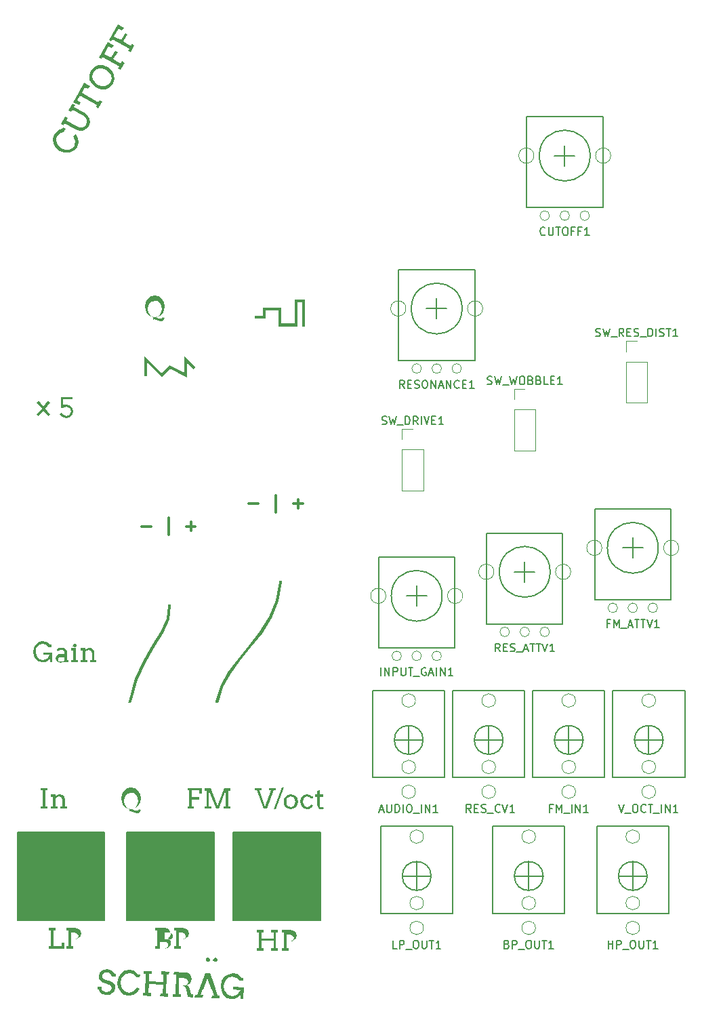
<source format=gto>
G04 #@! TF.GenerationSoftware,KiCad,Pcbnew,(5.0.1-3-g963ef8bb5)*
G04 #@! TF.CreationDate,2020-06-22T21:03:06+02:00*
G04 #@! TF.ProjectId,Schraeg,536368726165672E6B696361645F7063,rev?*
G04 #@! TF.SameCoordinates,Original*
G04 #@! TF.FileFunction,Legend,Top*
G04 #@! TF.FilePolarity,Positive*
%FSLAX46Y46*%
G04 Gerber Fmt 4.6, Leading zero omitted, Abs format (unit mm)*
G04 Created by KiCad (PCBNEW (5.0.1-3-g963ef8bb5)) date Monday, 22 June 2020 at 21:03:06*
%MOMM*%
%LPD*%
G01*
G04 APERTURE LIST*
%ADD10C,0.150000*%
%ADD11C,0.300000*%
%ADD12C,0.100000*%
%ADD13C,0.120000*%
G04 APERTURE END LIST*
D10*
G36*
X28100000Y-104500000D02*
X39000000Y-104500000D01*
X39000000Y-115500000D01*
X28100000Y-115500000D01*
X28100000Y-104500000D01*
G37*
X28100000Y-104500000D02*
X39000000Y-104500000D01*
X39000000Y-115500000D01*
X28100000Y-115500000D01*
X28100000Y-104500000D01*
G36*
X14800000Y-104500000D02*
X25700000Y-104500000D01*
X25700000Y-115500000D01*
X14800000Y-115500000D01*
X14800000Y-104500000D01*
G37*
X14800000Y-104500000D02*
X25700000Y-104500000D01*
X25700000Y-115500000D01*
X14800000Y-115500000D01*
X14800000Y-104500000D01*
G36*
X1100000Y-104500000D02*
X12000000Y-104500000D01*
X12000000Y-115500000D01*
X1100000Y-115500000D01*
X1100000Y-104500000D01*
G37*
X1100000Y-104500000D02*
X12000000Y-104500000D01*
X12000000Y-115500000D01*
X1100000Y-115500000D01*
X1100000Y-104500000D01*
D11*
X30042857Y-63507142D02*
X31185714Y-63507142D01*
X33399999Y-64578571D02*
X33399999Y-62435714D01*
X35614285Y-63507142D02*
X36757142Y-63507142D01*
X36185714Y-64078571D02*
X36185714Y-62935714D01*
X16642857Y-66307142D02*
X17785714Y-66307142D01*
X20000000Y-67378571D02*
X20000000Y-65235714D01*
X22214285Y-66307142D02*
X23357142Y-66307142D01*
X22785714Y-66878571D02*
X22785714Y-65735714D01*
D12*
G04 #@! TO.C,svg2mod*
G36*
X18110729Y-40174293D02*
X18283179Y-40172633D01*
X18651189Y-40088933D01*
X18932109Y-39864363D01*
X19111419Y-39537333D01*
X19174619Y-39144563D01*
X19105419Y-38737263D01*
X18911599Y-38403403D01*
X18628119Y-38190793D01*
X18283159Y-38116493D01*
X17914289Y-38200193D01*
X17632509Y-38424753D01*
X17453199Y-38752643D01*
X17389999Y-39144563D01*
X17459199Y-39566373D01*
X17642779Y-39879733D01*
X17927119Y-40088933D01*
X18283179Y-40172633D01*
X18110729Y-40174293D01*
X17674399Y-40025723D01*
X17336269Y-39731133D01*
X17118539Y-39323843D01*
X17041639Y-38838853D01*
X17133039Y-38312873D01*
X17389199Y-37885083D01*
X17781979Y-37598193D01*
X18283199Y-37493163D01*
X18786969Y-37598193D01*
X19179749Y-37885083D01*
X19434199Y-38312873D01*
X19524699Y-38838853D01*
X19445299Y-39328113D01*
X19222439Y-39736263D01*
X18879189Y-40030843D01*
X18438599Y-40175993D01*
X18616199Y-40244293D01*
X18783560Y-40333993D01*
X18985069Y-40384393D01*
X19158399Y-40335693D01*
X19258299Y-40186263D01*
X19517869Y-40304103D01*
X19441869Y-40472303D01*
X19312079Y-40593553D01*
X19152409Y-40666153D01*
X18985049Y-40690053D01*
X18738280Y-40642253D01*
X18496639Y-40526123D01*
X18254139Y-40457823D01*
X18110699Y-40480023D01*
X18110729Y-40174293D01*
X18110729Y-40174293D01*
G37*
G36*
X12541419Y-5524085D02*
X13632539Y-3606987D01*
X14396599Y-4041848D01*
X14190629Y-4403731D01*
X13734689Y-4144234D01*
X13191139Y-5099252D01*
X14058489Y-5592906D01*
X14581949Y-4673193D01*
X14881159Y-4843489D01*
X14357699Y-5763202D01*
X15276699Y-6286252D01*
X15429419Y-6017929D01*
X15735749Y-6192279D01*
X15241429Y-7060799D01*
X14935099Y-6886449D01*
X15079779Y-6632248D01*
X12994219Y-5445248D01*
X12849539Y-5699449D01*
X12541419Y-5524085D01*
X12541419Y-5524085D01*
G37*
G36*
X11288539Y-7725394D02*
X12379659Y-5808296D01*
X13143719Y-6243157D01*
X12937749Y-6605040D01*
X12481809Y-6345543D01*
X11938259Y-7300561D01*
X12805609Y-7794216D01*
X13329069Y-6874503D01*
X13628279Y-7044798D01*
X13104819Y-7964511D01*
X14023819Y-8487561D01*
X14176539Y-8219238D01*
X14482869Y-8393588D01*
X13988549Y-9262108D01*
X13682219Y-9087758D01*
X13826899Y-8833557D01*
X11741339Y-7646557D01*
X11596659Y-7900758D01*
X11288539Y-7725394D01*
X11288539Y-7725394D01*
G37*
G36*
X13065399Y-11008374D02*
X12734149Y-10819836D01*
X12863399Y-10389748D01*
X12794499Y-9966062D01*
X12558930Y-9586591D01*
X12186479Y-9288133D01*
X11719229Y-9116854D01*
X11257509Y-9118154D01*
X10868269Y-9290417D01*
X10589849Y-9599380D01*
X10460099Y-10030350D01*
X10528499Y-10454919D01*
X10764959Y-10834897D01*
X11136529Y-11132848D01*
X11622079Y-11313381D01*
X12055239Y-11306381D01*
X12433389Y-11145330D01*
X12734159Y-10819877D01*
X12734149Y-10819836D01*
X13065399Y-11008374D01*
X12672860Y-11455711D01*
X12143229Y-11696482D01*
X11531559Y-11710602D01*
X10931539Y-11492967D01*
X10436739Y-11086316D01*
X10141309Y-10567601D01*
X10073209Y-9991290D01*
X10258559Y-9410839D01*
X10664479Y-8952420D01*
X11194779Y-8716701D01*
X11790619Y-8707601D01*
X12392419Y-8926249D01*
X12886329Y-9332394D01*
X13181769Y-9851109D01*
X13250769Y-10427926D01*
X13065419Y-11008378D01*
X13065399Y-11008374D01*
X13065399Y-11008374D01*
G37*
G36*
X10917239Y-13945819D02*
X11056899Y-13700445D01*
X8955310Y-12504322D01*
X8607679Y-13115110D01*
X9027996Y-13354335D01*
X8822030Y-13716218D01*
X8109627Y-13310753D01*
X8788814Y-12117420D01*
X9468001Y-10924088D01*
X10180399Y-11329554D01*
X9974439Y-11691437D01*
X9554120Y-11452213D01*
X9152234Y-12158326D01*
X11253819Y-13354449D01*
X11410559Y-13079065D01*
X11716889Y-13253415D01*
X11223579Y-14120169D01*
X10917239Y-13945819D01*
X10917239Y-13945819D01*
G37*
G36*
X6565381Y-16023994D02*
X7058696Y-15157239D01*
X7366810Y-15332603D01*
X7211079Y-15606222D01*
X8468470Y-16321869D01*
X8882693Y-16491016D01*
X9222092Y-16499516D01*
X9489591Y-16371309D01*
X9689119Y-16128459D01*
X9806899Y-15826230D01*
X9792999Y-15529659D01*
X9615135Y-15241454D01*
X9242152Y-14962563D01*
X7984761Y-14246916D01*
X7819987Y-14536423D01*
X7511873Y-14361059D01*
X8005188Y-13494304D01*
X8313302Y-13669668D01*
X8177666Y-13907982D01*
X9395875Y-14601328D01*
X9868429Y-14976624D01*
X10122699Y-15412312D01*
X10168199Y-15872938D01*
X10016369Y-16324061D01*
X9712439Y-16675767D01*
X9299836Y-16866286D01*
X8807701Y-16871286D01*
X8263419Y-16665508D01*
X7013152Y-15953917D01*
X6873497Y-16199291D01*
X6565381Y-16023994D01*
X6565381Y-16023994D01*
G37*
G36*
X6929148Y-17042013D02*
X6432011Y-17173905D01*
X6068583Y-17543159D01*
X5942853Y-17967069D01*
X6011783Y-18390755D01*
X6244953Y-18772367D01*
X6613734Y-19071070D01*
X7103856Y-19251865D01*
X7538015Y-19243065D01*
X7914774Y-19082391D01*
X8211138Y-18762609D01*
X8351187Y-18199611D01*
X8104207Y-17591618D01*
X8428860Y-17365062D01*
X8670592Y-17804132D01*
X8733562Y-18364652D01*
X8546201Y-18948633D01*
X8155668Y-19392440D01*
X7626539Y-19632328D01*
X7014871Y-19646448D01*
X6410787Y-19427669D01*
X5919551Y-19023045D01*
X5624116Y-18504330D01*
X5555996Y-17928019D01*
X5737329Y-17354629D01*
X6048810Y-16971000D01*
X6388533Y-16763539D01*
X6721656Y-16669179D01*
X6828155Y-16482059D01*
X7145174Y-16662491D01*
X6929148Y-17042013D01*
X6929148Y-17042013D01*
G37*
G36*
X33840930Y-73134903D02*
X33830930Y-73308733D01*
X33431141Y-75588413D01*
X32566208Y-77627627D01*
X31382464Y-79486396D01*
X30026240Y-81224743D01*
X28644345Y-82901353D01*
X27391118Y-84576011D01*
X26424202Y-86310387D01*
X25901240Y-88166153D01*
X25879740Y-88339983D01*
X26225440Y-88384883D01*
X26248840Y-88211053D01*
X26750466Y-86447008D01*
X27689592Y-84768997D01*
X28920059Y-83121096D01*
X30295710Y-81447383D01*
X31666900Y-79689901D01*
X32876427Y-77789266D01*
X33766787Y-75687417D01*
X34180480Y-73326293D01*
X34190480Y-73150513D01*
X33840930Y-73134903D01*
X33840930Y-73134903D01*
G37*
G36*
X20294059Y-76109513D02*
X19946399Y-76123213D01*
X19952399Y-76298993D01*
X19724147Y-77885824D01*
X19023542Y-79435542D01*
X18018809Y-81095873D01*
X16887033Y-83009478D01*
X15818063Y-85315072D01*
X14999279Y-88154463D01*
X14964079Y-88326343D01*
X15307829Y-88394743D01*
X15341029Y-88222863D01*
X16143365Y-85439600D01*
X17193878Y-83176322D01*
X18315639Y-81281453D01*
X19334152Y-79600595D01*
X20061797Y-77983614D01*
X20301969Y-76285363D01*
X20294059Y-76109513D01*
X20294059Y-76109513D01*
G37*
G36*
X28984599Y-125379853D02*
X29005700Y-124757233D01*
X28801599Y-125032263D01*
X28534810Y-125221103D01*
X28224670Y-125327493D01*
X27892590Y-125355193D01*
X27336880Y-125234903D01*
X26883900Y-124896643D01*
X26584180Y-124361593D01*
X26495980Y-123725023D01*
X26626740Y-123102013D01*
X26951350Y-122598333D01*
X27434040Y-122270183D01*
X28031190Y-122165303D01*
X28535260Y-122266413D01*
X28890880Y-122482463D01*
X29123809Y-122718963D01*
X29322470Y-122725963D01*
X29310170Y-123090533D01*
X28869830Y-123075633D01*
X28518760Y-122694673D01*
X28016290Y-122546453D01*
X27580750Y-122632253D01*
X27234700Y-122891203D01*
X27003340Y-123275013D01*
X26909740Y-123739343D01*
X26978640Y-124248133D01*
X27184980Y-124634443D01*
X27505560Y-124886213D01*
X27935510Y-124996103D01*
X28587140Y-124826423D01*
X28959600Y-124241313D01*
X28091210Y-124211913D01*
X28103110Y-123859643D01*
X29415940Y-123904043D01*
X29365540Y-125393013D01*
X28984599Y-125379853D01*
X28984599Y-125379853D01*
G37*
G36*
X25396370Y-124893523D02*
X24354790Y-124165253D01*
X25313290Y-124197653D01*
X24876910Y-122792693D01*
X24354790Y-124165253D01*
X25396370Y-124893523D01*
X25654430Y-124902523D01*
X25432490Y-124189663D01*
X24238450Y-124149263D01*
X23974990Y-124845703D01*
X24294490Y-124856503D01*
X24282590Y-125208783D01*
X23274930Y-125174683D01*
X23286830Y-124822413D01*
X24676460Y-120413553D01*
X24701360Y-120312903D01*
X24761560Y-120230903D01*
X24847460Y-120176403D01*
X24949570Y-120158303D01*
X25047170Y-120183103D01*
X25127170Y-120243203D01*
X25179670Y-120329003D01*
X25196670Y-120431073D01*
X25172670Y-120534833D01*
X25114470Y-120620033D01*
X25030570Y-120676633D01*
X24931570Y-120694833D01*
X24830920Y-120669933D01*
X24748920Y-120607733D01*
X24694520Y-120518733D01*
X24676520Y-120413553D01*
X24676460Y-120413553D01*
X23286830Y-124822413D01*
X23557180Y-124831413D01*
X24087075Y-123471438D01*
X24616970Y-122111463D01*
X25641490Y-120344703D01*
X25701690Y-120262703D01*
X25787590Y-120208203D01*
X25889700Y-120190103D01*
X25986300Y-120214903D01*
X26066300Y-120275003D01*
X26119800Y-120360903D01*
X26136800Y-120462973D01*
X26112800Y-120566733D01*
X26053500Y-120651833D01*
X25969600Y-120708433D01*
X25871600Y-120726633D01*
X25770940Y-120701733D01*
X25688940Y-120639533D01*
X25634540Y-120550533D01*
X25616540Y-120445353D01*
X25616590Y-120445353D01*
X25641490Y-120344703D01*
X24616970Y-122111463D01*
X25221160Y-122131863D01*
X25656940Y-123524502D01*
X26092720Y-124917133D01*
X26404030Y-124927633D01*
X26392130Y-125279903D01*
X25384470Y-125245803D01*
X25396370Y-124893523D01*
X25396370Y-124893523D01*
G37*
G36*
X20653899Y-121977343D02*
X21326320Y-122709423D01*
X21293320Y-123686363D01*
X21889310Y-123706563D01*
X22104380Y-123683063D01*
X22275440Y-123596563D01*
X22391200Y-123447723D01*
X22438300Y-123237093D01*
X22311220Y-122871923D01*
X21873200Y-122727933D01*
X21326320Y-122709423D01*
X20653899Y-121977343D01*
X21946250Y-122021043D01*
X22326390Y-122088243D01*
X22624100Y-122258243D01*
X22814890Y-122528173D01*
X22874290Y-122893113D01*
X22824490Y-123122103D01*
X22700610Y-123329113D01*
X22517600Y-123496183D01*
X22290410Y-123605373D01*
X22391660Y-123673373D01*
X22486460Y-123779103D01*
X22565760Y-123919163D01*
X22620660Y-124086073D01*
X22769840Y-124767763D01*
X23038140Y-124776763D01*
X23029140Y-125166043D01*
X22424950Y-125145643D01*
X22225450Y-124193643D01*
X22044550Y-123813323D01*
X21693250Y-123681493D01*
X21293880Y-123667993D01*
X21257180Y-124753483D01*
X21568500Y-124763983D01*
X21556600Y-125116253D01*
X20548939Y-125082153D01*
X20560839Y-124729873D01*
X20855770Y-124739873D01*
X20936870Y-122341553D01*
X20641939Y-122331553D01*
X20653899Y-121977343D01*
X20653899Y-121977343D01*
G37*
G36*
X19060479Y-121923453D02*
X20068149Y-121957553D01*
X20056249Y-122309823D01*
X19761320Y-122299823D01*
X19680119Y-124700193D01*
X19975049Y-124710193D01*
X19963149Y-125062473D01*
X18955479Y-125028373D01*
X18967379Y-124676103D01*
X19278689Y-124686603D01*
X19316489Y-123570383D01*
X17520309Y-123509683D01*
X17482609Y-124625893D01*
X17793919Y-124636393D01*
X17782019Y-124988663D01*
X16774360Y-124954563D01*
X16786259Y-124602283D01*
X17081189Y-124612283D01*
X17162389Y-122211913D01*
X16867469Y-122201913D01*
X16879369Y-121849643D01*
X17887029Y-121883743D01*
X17875129Y-122236013D01*
X17563819Y-122225513D01*
X17532019Y-123165593D01*
X19328199Y-123226293D01*
X19359999Y-122286213D01*
X19048689Y-122275713D01*
X19060479Y-121923453D01*
X19060479Y-121923453D01*
G37*
G36*
X15977019Y-122639343D02*
X15625879Y-122260443D01*
X15125519Y-122110243D01*
X14687929Y-122195943D01*
X14341909Y-122453873D01*
X14110559Y-122837683D01*
X14016959Y-123303043D01*
X14085559Y-123821053D01*
X14297219Y-124201393D01*
X14617559Y-124460323D01*
X15042249Y-124574133D01*
X15610769Y-124436503D01*
X16037809Y-123935263D01*
X16392529Y-124117443D01*
X16113879Y-124535533D01*
X15642859Y-124851773D01*
X15033389Y-124957263D01*
X14453739Y-124817713D01*
X13991129Y-124460673D01*
X13691409Y-123925623D01*
X13603209Y-123289053D01*
X13733979Y-122666043D01*
X14058539Y-122163383D01*
X14541239Y-121835233D01*
X15138429Y-121729323D01*
X15627239Y-121826823D01*
X15971969Y-122031223D01*
X16212609Y-122282333D01*
X16429709Y-122289333D01*
X16417409Y-122653893D01*
X15977019Y-122639343D01*
X15977019Y-122639343D01*
G37*
G36*
X12885609Y-122559403D02*
X12829209Y-122286833D01*
X12689499Y-122143713D01*
X12518919Y-122064113D01*
X12331369Y-122032113D01*
X12057759Y-122058713D01*
X11860919Y-122149413D01*
X11740349Y-122288863D01*
X11695649Y-122459583D01*
X11736449Y-122679343D01*
X11853809Y-122816583D01*
X12013959Y-122900983D01*
X12183039Y-122964083D01*
X12592179Y-123113253D01*
X12916329Y-123259543D01*
X13148869Y-123446823D01*
X13287239Y-123690373D01*
X13326839Y-124005433D01*
X13235939Y-124359133D01*
X13006139Y-124636373D01*
X12662820Y-124814433D01*
X12231429Y-124868533D01*
X11823639Y-124800433D01*
X11542849Y-124645353D01*
X11364529Y-124431203D01*
X11264079Y-124187903D01*
X11108429Y-124182903D01*
X11120329Y-123830633D01*
X11636449Y-123848033D01*
X11673749Y-124171213D01*
X11802599Y-124332423D01*
X12004219Y-124433563D01*
X12265299Y-124474163D01*
X12517299Y-124449863D01*
X12711000Y-124361063D01*
X12836959Y-124213583D01*
X12885759Y-124013273D01*
X12840659Y-123799523D01*
X12711529Y-123646503D01*
X12535719Y-123540083D01*
X12350599Y-123466183D01*
X11906369Y-123324043D01*
X11640919Y-123200233D01*
X11437759Y-123023173D01*
X11311539Y-122784133D01*
X11274939Y-122472253D01*
X11355839Y-122140763D01*
X11569859Y-121875303D01*
X11906829Y-121703183D01*
X12356589Y-121651783D01*
X12661460Y-121701083D01*
X12911719Y-121819243D01*
X13106679Y-121996023D01*
X13245749Y-122219093D01*
X13399349Y-122224093D01*
X13387449Y-122576363D01*
X12885609Y-122559403D01*
X12885609Y-122559403D01*
G37*
G36*
X16978109Y-45011820D02*
X16978109Y-47416290D01*
X16978109Y-47591160D01*
X17327849Y-47591160D01*
X17327849Y-47416290D01*
X17327849Y-45856110D01*
X19135309Y-47663570D01*
X20161309Y-46637570D01*
X22284350Y-47699090D01*
X22284350Y-45856110D01*
X22977680Y-46548770D01*
X23101320Y-46672410D01*
X23348600Y-46425130D01*
X23224960Y-46301490D01*
X21934610Y-45011820D01*
X21934610Y-47133490D01*
X20092309Y-46212000D01*
X19135309Y-47169010D01*
X16978109Y-45011820D01*
X16978109Y-45011820D01*
G37*
G36*
X35736320Y-38012420D02*
X35736320Y-40986590D01*
X34103740Y-40986590D01*
X34103740Y-39004260D01*
X32937020Y-39004260D01*
X31770990Y-39004260D01*
X31770990Y-39995420D01*
X30954010Y-39995420D01*
X30779140Y-39995420D01*
X30779140Y-40345170D01*
X30954010Y-40345170D01*
X32120730Y-40345170D01*
X32120730Y-39354000D01*
X32937020Y-39354000D01*
X33754000Y-39354000D01*
X33754000Y-41336330D01*
X36086070Y-41336330D01*
X36086070Y-38362160D01*
X36728170Y-38362160D01*
X36728170Y-41161460D01*
X36728170Y-41336330D01*
X37077910Y-41336330D01*
X37077910Y-41161460D01*
X37077910Y-38012420D01*
X35736320Y-38012420D01*
X35736320Y-38012420D01*
G37*
G36*
X6801890Y-51216123D02*
X6998278Y-51117923D01*
X7228821Y-51084623D01*
X7580612Y-51152923D01*
X7856409Y-51337353D01*
X8035720Y-51608023D01*
X8099760Y-51935053D01*
X8036570Y-52265503D01*
X7857259Y-52539593D01*
X7578046Y-52726593D01*
X7215155Y-52795793D01*
X6931673Y-52755693D01*
X6694299Y-52642993D01*
X6510719Y-52469653D01*
X6386909Y-52249353D01*
X6666976Y-52109323D01*
X6747236Y-52270703D01*
X6871900Y-52398783D01*
X7030718Y-52482483D01*
X7215152Y-52512383D01*
X7443133Y-52467083D01*
X7625859Y-52343273D01*
X7747962Y-52159693D01*
X7792362Y-51935123D01*
X7747962Y-51710553D01*
X7625006Y-51531253D01*
X7441426Y-51411703D01*
X7215152Y-51368203D01*
X6963263Y-51416903D01*
X6771144Y-51547543D01*
X6520108Y-51508243D01*
X6520108Y-50154023D01*
X7978505Y-50154023D01*
X7978505Y-50437503D01*
X6801883Y-50437503D01*
X6801890Y-51216123D01*
X6801890Y-51216123D01*
G37*
G36*
X4165164Y-51588403D02*
X3528183Y-50823343D01*
X3775803Y-50613293D01*
X4378630Y-51333953D01*
X4960964Y-50637203D01*
X5234200Y-50833593D01*
X4597218Y-51596943D01*
X5241030Y-52365413D01*
X4983164Y-52568633D01*
X4385461Y-51851393D01*
X3779219Y-52578883D01*
X3495737Y-52389323D01*
X4165164Y-51588403D01*
X4165164Y-51588403D01*
G37*
G36*
X10163515Y-82995426D02*
X10412843Y-82995426D01*
X10412843Y-82187666D01*
X10309525Y-81879426D01*
X10013235Y-81774396D01*
X9789524Y-81827396D01*
X9576058Y-81958886D01*
X9576058Y-82995476D01*
X9825386Y-82995476D01*
X9825386Y-83289196D01*
X8998848Y-83289196D01*
X8998848Y-82995476D01*
X9244760Y-82995476D01*
X9244760Y-81813726D01*
X8998848Y-81813726D01*
X8998848Y-81519996D01*
X9562396Y-81519996D01*
X9562396Y-81728336D01*
X9565796Y-81728336D01*
X9686191Y-81634436D01*
X9820247Y-81557536D01*
X9966257Y-81506336D01*
X10125929Y-81487536D01*
X10382088Y-81526836D01*
X10576765Y-81646376D01*
X10700575Y-81852156D01*
X10744075Y-82148446D01*
X10744075Y-82995476D01*
X10989985Y-82995476D01*
X10989985Y-83289206D01*
X10163449Y-83289206D01*
X10163515Y-82995426D01*
X10163515Y-82995426D01*
G37*
G36*
X7863211Y-81519946D02*
X8059599Y-81186946D01*
X8077529Y-81102446D01*
X8125349Y-81032446D01*
X8196219Y-80984646D01*
X8283309Y-80966746D01*
X8367839Y-80984646D01*
X8437859Y-81032446D01*
X8485679Y-81102446D01*
X8503609Y-81186946D01*
X8485679Y-81274046D01*
X8437859Y-81346646D01*
X8367839Y-81396146D01*
X8283309Y-81414046D01*
X8196219Y-81396146D01*
X8125349Y-81346646D01*
X8077529Y-81274046D01*
X8059599Y-81186946D01*
X7863211Y-81519946D01*
X8440422Y-81519946D01*
X8440422Y-82995426D01*
X8706827Y-82995426D01*
X8706827Y-83289146D01*
X7866627Y-83289146D01*
X7866627Y-82995426D01*
X8119370Y-82995426D01*
X8119370Y-81813676D01*
X7863211Y-81813676D01*
X7863211Y-81519946D01*
X7863211Y-81519946D01*
G37*
G36*
X7004226Y-83125206D02*
X6700240Y-83221036D01*
X6819781Y-83179236D01*
X6923952Y-83117736D01*
X7004212Y-83045136D01*
X7005912Y-82645526D01*
X6637044Y-82645526D01*
X6468833Y-82666026D01*
X6337338Y-82725826D01*
X6251098Y-82823126D01*
X6220358Y-82956326D01*
X6245978Y-83078426D01*
X6318558Y-83165526D01*
X6430415Y-83218426D01*
X6573863Y-83236326D01*
X6573869Y-83236436D01*
X6700240Y-83221036D01*
X7004226Y-83125206D01*
X6781368Y-83278906D01*
X6503863Y-83338706D01*
X6265635Y-83297706D01*
X6078640Y-83185856D01*
X5956537Y-83021056D01*
X5912987Y-82821256D01*
X5946287Y-82621446D01*
X6035087Y-82470316D01*
X6164873Y-82362736D01*
X6320276Y-82292736D01*
X6485926Y-82255136D01*
X6647306Y-82244036D01*
X6853940Y-82252036D01*
X7005927Y-82273336D01*
X7007627Y-82128176D01*
X6980297Y-81965096D01*
X6903447Y-81850676D01*
X6784760Y-81783176D01*
X6630212Y-81760976D01*
X6476516Y-81772076D01*
X6339044Y-81801076D01*
X6221212Y-81842076D01*
X6129852Y-81890776D01*
X6025680Y-81670476D01*
X6164006Y-81594476D01*
X6321970Y-81534676D01*
X6491035Y-81495376D01*
X6660953Y-81480876D01*
X6937605Y-81517576D01*
X7145947Y-81631136D01*
X7277442Y-81826666D01*
X7323552Y-82111006D01*
X7321852Y-82995606D01*
X7518240Y-82995606D01*
X7518240Y-83289336D01*
X7004215Y-83289336D01*
X7004226Y-83125206D01*
X7004226Y-83125206D01*
G37*
G36*
X5171838Y-83299396D02*
X5171838Y-82780256D01*
X5009605Y-83015056D01*
X4792724Y-83179856D01*
X4537419Y-83277156D01*
X4261622Y-83309656D01*
X3795413Y-83225156D01*
X3408614Y-82956196D01*
X3143916Y-82519016D01*
X3052556Y-81991326D01*
X3143916Y-81468766D01*
X3400075Y-81040126D01*
X3792851Y-80753226D01*
X4287237Y-80649056D01*
X4709899Y-80719056D01*
X5012166Y-80888976D01*
X5212824Y-81079386D01*
X5378473Y-81079386D01*
X5378473Y-81383356D01*
X5011312Y-81383356D01*
X4708191Y-81075966D01*
X4285530Y-80966676D01*
X3925200Y-81050376D01*
X3644279Y-81275796D01*
X3462407Y-81601966D01*
X3397517Y-81991326D01*
X3469247Y-82413136D01*
X3651973Y-82729066D01*
X3926063Y-82929726D01*
X4287246Y-83009126D01*
X4825180Y-82849456D01*
X5118908Y-82351656D01*
X4394833Y-82351656D01*
X4394833Y-82057926D01*
X5489484Y-82057926D01*
X5489484Y-83299446D01*
X5171838Y-83299396D01*
X5171838Y-83299396D01*
G37*
G36*
X15136539Y-101640723D02*
X14952949Y-101555403D01*
X15309009Y-101639103D01*
X15309009Y-101639093D01*
X15677029Y-101555393D01*
X15957949Y-101330823D01*
X16137259Y-101003793D01*
X16200459Y-100611013D01*
X16131259Y-100203723D01*
X15937439Y-99869863D01*
X15653949Y-99657253D01*
X15308989Y-99582953D01*
X14940129Y-99666653D01*
X14658349Y-99891223D01*
X14479039Y-100219103D01*
X14415839Y-100611023D01*
X14485039Y-101032833D01*
X14668619Y-101346203D01*
X14952949Y-101555403D01*
X15136539Y-101640723D01*
X14700219Y-101492153D01*
X14362089Y-101197573D01*
X14144359Y-100790283D01*
X14067459Y-100305283D01*
X14158859Y-99779313D01*
X14415019Y-99351523D01*
X14807799Y-99064623D01*
X15309009Y-98959603D01*
X15812789Y-99064623D01*
X16205569Y-99351523D01*
X16460019Y-99779313D01*
X16550519Y-100305283D01*
X16471119Y-100794553D01*
X16248259Y-101202693D01*
X15905009Y-101497283D01*
X15464419Y-101642433D01*
X15642019Y-101710733D01*
X15809379Y-101800433D01*
X16010889Y-101850833D01*
X16184219Y-101802133D01*
X16284119Y-101652703D01*
X16543699Y-101770533D01*
X16467699Y-101938743D01*
X16337919Y-102059993D01*
X16178239Y-102132593D01*
X16010889Y-102156493D01*
X15764119Y-102108693D01*
X15522479Y-101992573D01*
X15279979Y-101924273D01*
X15136529Y-101946473D01*
X15136539Y-101640723D01*
X15136539Y-101640723D01*
G37*
G36*
X24478840Y-101306013D02*
X24724750Y-101306013D01*
X24724750Y-99337013D01*
X24478840Y-99337013D01*
X24478840Y-99010833D01*
X25298540Y-99010833D01*
X26119960Y-101246243D01*
X26951620Y-99010833D01*
X27728630Y-99010833D01*
X27728630Y-99337013D01*
X27484430Y-99337013D01*
X27484430Y-101306013D01*
X27728630Y-101306013D01*
X27728630Y-101599743D01*
X26888430Y-101599743D01*
X26888430Y-101306013D01*
X27165080Y-101306013D01*
X27165080Y-99318223D01*
X26259990Y-101599743D01*
X25969680Y-101599743D01*
X25052630Y-99313103D01*
X25052630Y-101306013D01*
X25319040Y-101306013D01*
X25319040Y-101599743D01*
X24478840Y-101599743D01*
X24478840Y-101306013D01*
X24478840Y-101306013D01*
G37*
G36*
X22349300Y-99010833D02*
X24203889Y-99010833D01*
X24203889Y-99743453D01*
X23853810Y-99743453D01*
X23853810Y-99306273D01*
X22929930Y-99306273D01*
X22929930Y-100137933D01*
X23819650Y-100137933D01*
X23819650Y-100424833D01*
X22929930Y-100424833D01*
X22929930Y-101306013D01*
X23189500Y-101306013D01*
X23189500Y-101599743D01*
X22349300Y-101599743D01*
X22349300Y-101306013D01*
X22595220Y-101306013D01*
X22595220Y-99306273D01*
X22349300Y-99306273D01*
X22349300Y-99010833D01*
X22349300Y-99010833D01*
G37*
G36*
X38897990Y-99830543D02*
X39312960Y-99830543D01*
X39312960Y-100088413D01*
X38894570Y-100088413D01*
X38889570Y-101109623D01*
X38913470Y-101278693D01*
X38990370Y-101368293D01*
X39109910Y-101393093D01*
X39236280Y-101380293D01*
X39355820Y-101336793D01*
X39429220Y-101550253D01*
X39256730Y-101617753D01*
X39043270Y-101642553D01*
X38840900Y-101614353D01*
X38695750Y-101519553D01*
X38607750Y-101341103D01*
X38578750Y-101061883D01*
X38583750Y-100088483D01*
X38301980Y-100088483D01*
X38301980Y-99830613D01*
X38587170Y-99830613D01*
X38587170Y-99407103D01*
X38897970Y-99260233D01*
X38897990Y-99830543D01*
X38897990Y-99830543D01*
G37*
G36*
X37757230Y-100301873D02*
X37575360Y-100114023D01*
X37320049Y-100054223D01*
X37111710Y-100100323D01*
X36941790Y-100231813D01*
X36827369Y-100439303D01*
X36785570Y-100711683D01*
X36827369Y-100979793D01*
X36942640Y-101183873D01*
X37112559Y-101313653D01*
X37320049Y-101358953D01*
X37605240Y-101279553D01*
X37798210Y-101046453D01*
X38061200Y-101176243D01*
X37934830Y-101372623D01*
X37764910Y-101521203D01*
X37556570Y-101616003D01*
X37316630Y-101649303D01*
X36975939Y-101580103D01*
X36706120Y-101386283D01*
X36529370Y-101089133D01*
X36466170Y-100711733D01*
X36532770Y-100334323D01*
X36715500Y-100038033D01*
X36987020Y-99844203D01*
X37320030Y-99774203D01*
X37636810Y-99832303D01*
X37898950Y-100008193D01*
X38078260Y-100008193D01*
X38078260Y-100301923D01*
X37757230Y-100301873D01*
X37757230Y-100301873D01*
G37*
G36*
X34374230Y-100715143D02*
X34710700Y-100715193D01*
X34754200Y-100990133D01*
X34873740Y-101199333D01*
X35049630Y-101332533D01*
X35262240Y-101379533D01*
X35481690Y-101333433D01*
X35658440Y-101201083D01*
X35776270Y-100991883D01*
X35818970Y-100715233D01*
X35776270Y-100430043D01*
X35659290Y-100221703D01*
X35482540Y-100095333D01*
X35262240Y-100052633D01*
X35049630Y-100095333D01*
X34873740Y-100221703D01*
X34754200Y-100430043D01*
X34710700Y-100715233D01*
X34710700Y-100715193D01*
X34374230Y-100715143D01*
X34441730Y-100332613D01*
X34625310Y-100036323D01*
X34905380Y-99845913D01*
X35262290Y-99779313D01*
X35621770Y-99845913D01*
X35900980Y-100034613D01*
X36082000Y-100329193D01*
X36146900Y-100711723D01*
X36082000Y-101091693D01*
X35900980Y-101389693D01*
X35621770Y-101583523D01*
X35262290Y-101652723D01*
X34900260Y-101584423D01*
X34621900Y-101392303D01*
X34440880Y-101096013D01*
X34374280Y-100715193D01*
X34374230Y-100715143D01*
X34374230Y-100715143D01*
G37*
G36*
X34141980Y-98920323D02*
X34439120Y-98920323D01*
X33926805Y-100284798D01*
X33414490Y-101649273D01*
X33117340Y-101649273D01*
X34141980Y-98920323D01*
X34141980Y-98920323D01*
G37*
G36*
X32528180Y-99010833D02*
X33368380Y-99010833D01*
X33368380Y-99306273D01*
X33144670Y-99306273D01*
X32306170Y-101599743D01*
X31836550Y-101599743D01*
X31010010Y-99306273D01*
X30781180Y-99306273D01*
X30781180Y-99010833D01*
X31621380Y-99010833D01*
X31621380Y-99306273D01*
X31395960Y-99306273D01*
X32060260Y-101302603D01*
X32772380Y-99306273D01*
X32528180Y-99306273D01*
X32528180Y-99010833D01*
X32528180Y-99010833D01*
G37*
G36*
X34168340Y-116744456D02*
X34748920Y-117335326D01*
X34748920Y-118149906D01*
X35215130Y-118149906D01*
X35393580Y-118123406D01*
X35533620Y-118045706D01*
X35625820Y-117917626D01*
X35659120Y-117740016D01*
X35542990Y-117442026D01*
X35172420Y-117335286D01*
X34748920Y-117335326D01*
X34168340Y-116744456D01*
X35215180Y-116744456D01*
X35535370Y-116789756D01*
X35788120Y-116922956D01*
X35953770Y-117142396D01*
X36012670Y-117444666D01*
X35954570Y-117711926D01*
X35790630Y-117931366D01*
X35537030Y-118079936D01*
X35208300Y-118134536D01*
X34748920Y-118134536D01*
X34748920Y-119039626D01*
X35008490Y-119039626D01*
X35008490Y-119333356D01*
X34168290Y-119333356D01*
X34168290Y-119039626D01*
X34414200Y-119039626D01*
X34414200Y-117039886D01*
X34168290Y-117039886D01*
X34168340Y-116744456D01*
X34168340Y-116744456D01*
G37*
G36*
X32839730Y-116744456D02*
X33679930Y-116744456D01*
X33679930Y-117038186D01*
X33434020Y-117038186D01*
X33434020Y-119039636D01*
X33679930Y-119039636D01*
X33679930Y-119333366D01*
X32839730Y-119333366D01*
X32839730Y-119039636D01*
X33099310Y-119039636D01*
X33099310Y-118108926D01*
X31601630Y-118108926D01*
X31601630Y-119039636D01*
X31861210Y-119039636D01*
X31861210Y-119333366D01*
X31021010Y-119333366D01*
X31021010Y-119039636D01*
X31266920Y-119039636D01*
X31266920Y-117038186D01*
X31021010Y-117038186D01*
X31021010Y-116744456D01*
X31861210Y-116744456D01*
X31861210Y-117038186D01*
X31601630Y-117038186D01*
X31601630Y-117822026D01*
X33099310Y-117822026D01*
X33099310Y-117038186D01*
X32839730Y-117038186D01*
X32839730Y-116744456D01*
X32839730Y-116744456D01*
G37*
G36*
X20671120Y-116490456D02*
X21251700Y-117081326D01*
X21251700Y-117895906D01*
X21717900Y-117895906D01*
X21896360Y-117869406D01*
X22036399Y-117791706D01*
X22128600Y-117663626D01*
X22161900Y-117486016D01*
X22045780Y-117188026D01*
X21675200Y-117081286D01*
X21251700Y-117081326D01*
X20671120Y-116490456D01*
X21717950Y-116490456D01*
X22038150Y-116535756D01*
X22290900Y-116668956D01*
X22456550Y-116888396D01*
X22515450Y-117190666D01*
X22457350Y-117457926D01*
X22293410Y-117677366D01*
X22039810Y-117825936D01*
X21711070Y-117880536D01*
X21251700Y-117880536D01*
X21251700Y-118785626D01*
X21511270Y-118785626D01*
X21511270Y-119079356D01*
X20671070Y-119079356D01*
X20671070Y-118785626D01*
X20916980Y-118785626D01*
X20916980Y-116785886D01*
X20671070Y-116785886D01*
X20671120Y-116490456D01*
X20671120Y-116490456D01*
G37*
G36*
X18362279Y-118785636D02*
X18608189Y-118785636D01*
X18942959Y-118221696D01*
X18942959Y-119078966D01*
X19545789Y-119078966D01*
X19697779Y-119037966D01*
X19820729Y-118931226D01*
X19903529Y-118781806D01*
X19933429Y-118611036D01*
X19902729Y-118465876D01*
X19819929Y-118341206D01*
X19696969Y-118254106D01*
X19545839Y-118221606D01*
X18942959Y-118221696D01*
X18608189Y-118785636D01*
X19545839Y-117079136D01*
X19545839Y-117924456D01*
X20133300Y-117924456D01*
X20286140Y-117891956D01*
X20409100Y-117804856D01*
X20491900Y-117678486D01*
X20522600Y-117529916D01*
X20491900Y-117365126D01*
X20408200Y-117220816D01*
X20284390Y-117118356D01*
X20133260Y-117079056D01*
X19545839Y-117079136D01*
X18608189Y-118785636D01*
X18608189Y-116785896D01*
X18362279Y-116785896D01*
X18362279Y-116487046D01*
X19526949Y-116490046D01*
X19822379Y-116548946D01*
X20063170Y-116709466D01*
X20224550Y-116949406D01*
X20283450Y-117246546D01*
X20191250Y-117548816D01*
X19928259Y-117767406D01*
X20080250Y-117870726D01*
X20196370Y-117999656D01*
X20270670Y-118148226D01*
X20297170Y-118308756D01*
X20238270Y-118611016D01*
X20076890Y-118855226D01*
X19836959Y-119019166D01*
X19542369Y-119078966D01*
X18362339Y-119078966D01*
X18362279Y-118785636D01*
X18362279Y-118785636D01*
G37*
G36*
X7228574Y-116490456D02*
X7809206Y-117081326D01*
X7809206Y-117895906D01*
X8275415Y-117895906D01*
X8453872Y-117869406D01*
X8593905Y-117791706D01*
X8686125Y-117663626D01*
X8719425Y-117486016D01*
X8603300Y-117188026D01*
X8232724Y-117081286D01*
X7809206Y-117081326D01*
X7228574Y-116490456D01*
X8275409Y-116490456D01*
X8595607Y-116535756D01*
X8848350Y-116668956D01*
X9013999Y-116888396D01*
X9072919Y-117190666D01*
X9014859Y-117457926D01*
X8850917Y-117677366D01*
X8597321Y-117825936D01*
X8268584Y-117880536D01*
X7809206Y-117880536D01*
X7809206Y-118785626D01*
X8068780Y-118785626D01*
X8068780Y-119079356D01*
X7228580Y-119079356D01*
X7228580Y-118785626D01*
X7474492Y-118785626D01*
X7474492Y-116785886D01*
X7228580Y-116785886D01*
X7228574Y-116490456D01*
X7228574Y-116490456D01*
G37*
G36*
X5015364Y-116490456D02*
X5855564Y-116490456D01*
X5855564Y-116785896D01*
X5595990Y-116785896D01*
X5595990Y-118785636D01*
X6489130Y-118785636D01*
X6543780Y-118772836D01*
X6593300Y-118739536D01*
X6629160Y-118692536D01*
X6642820Y-118638736D01*
X6642820Y-118312566D01*
X6967287Y-118312566D01*
X6967287Y-119079326D01*
X5015359Y-119079326D01*
X5015359Y-118785606D01*
X5261271Y-118785606D01*
X5261271Y-116785856D01*
X5015359Y-116785856D01*
X5015364Y-116490456D01*
X5015364Y-116490456D01*
G37*
G36*
X6478926Y-101306013D02*
X6728254Y-101306013D01*
X6728254Y-100498263D01*
X6624936Y-100190013D01*
X6328646Y-100084993D01*
X6104935Y-100137893D01*
X5891469Y-100269383D01*
X5891469Y-101305973D01*
X6140797Y-101305973D01*
X6140797Y-101599703D01*
X5314260Y-101599703D01*
X5314260Y-101305973D01*
X5560172Y-101305973D01*
X5560172Y-100124233D01*
X5314260Y-100124233D01*
X5314260Y-99830503D01*
X5877807Y-99830503D01*
X5877807Y-100038843D01*
X5881207Y-100038843D01*
X6001602Y-99944943D01*
X6135658Y-99868043D01*
X6281668Y-99816843D01*
X6441341Y-99798043D01*
X6697499Y-99837343D01*
X6892179Y-99956883D01*
X7015989Y-100162663D01*
X7059539Y-100458963D01*
X7059539Y-101305983D01*
X7305452Y-101305983D01*
X7305452Y-101599723D01*
X6478913Y-101599723D01*
X6478926Y-101306013D01*
X6478926Y-101306013D01*
G37*
G36*
X4045420Y-99010833D02*
X4871958Y-99010833D01*
X4871958Y-99306273D01*
X4626046Y-99306273D01*
X4626046Y-101306013D01*
X4871958Y-101306013D01*
X4871958Y-101599743D01*
X4045420Y-101599743D01*
X4045420Y-101306013D01*
X4291332Y-101306013D01*
X4291332Y-99306273D01*
X4045420Y-99306273D01*
X4045420Y-99010833D01*
X4045420Y-99010833D01*
G37*
D10*
G04 #@! TO.C,AUDIO_IN1*
X48200000Y-93000000D02*
X51800000Y-93000000D01*
X50000000Y-91200000D02*
X50000000Y-94800000D01*
X51800000Y-93000000D02*
G75*
G03X51800000Y-93000000I-1800000J0D01*
G01*
X54500000Y-86800000D02*
X54500000Y-97700000D01*
X45500000Y-86800000D02*
X45500000Y-97700000D01*
X45500000Y-97700000D02*
X54500000Y-97700000D01*
X45500000Y-86800000D02*
X54500000Y-86800000D01*
G04 #@! TO.C,BP_OUT1*
X60500000Y-103800000D02*
X69500000Y-103800000D01*
X60500000Y-114700000D02*
X69500000Y-114700000D01*
X60500000Y-103800000D02*
X60500000Y-114700000D01*
X69500000Y-103800000D02*
X69500000Y-114700000D01*
X66800000Y-110000000D02*
G75*
G03X66800000Y-110000000I-1800000J0D01*
G01*
X65000000Y-108200000D02*
X65000000Y-111800000D01*
X63200000Y-110000000D02*
X66800000Y-110000000D01*
G04 #@! TO.C,CUTOFF1*
X68230000Y-20000000D02*
X70770000Y-20000000D01*
X69500000Y-18730000D02*
X69500000Y-21270000D01*
X72675000Y-20000000D02*
G75*
G03X72675000Y-20000000I-3175000J0D01*
G01*
X64750000Y-15150000D02*
X64750000Y-26500000D01*
X74250000Y-15150000D02*
X74250000Y-26500000D01*
X64750000Y-26500000D02*
X74250000Y-26500000D01*
X64750000Y-15150000D02*
X74250000Y-15150000D01*
G04 #@! TO.C,FM_ATTV1*
X76730000Y-69000000D02*
X79270000Y-69000000D01*
X78000000Y-67730000D02*
X78000000Y-70270000D01*
X81175000Y-69000000D02*
G75*
G03X81175000Y-69000000I-3175000J0D01*
G01*
X73250000Y-64150000D02*
X73250000Y-75500000D01*
X82750000Y-64150000D02*
X82750000Y-75500000D01*
X73250000Y-75500000D02*
X82750000Y-75500000D01*
X73250000Y-64150000D02*
X82750000Y-64150000D01*
G04 #@! TO.C,FM_IN1*
X65500000Y-86800000D02*
X74500000Y-86800000D01*
X65500000Y-97700000D02*
X74500000Y-97700000D01*
X65500000Y-86800000D02*
X65500000Y-97700000D01*
X74500000Y-86800000D02*
X74500000Y-97700000D01*
X71800000Y-93000000D02*
G75*
G03X71800000Y-93000000I-1800000J0D01*
G01*
X70000000Y-91200000D02*
X70000000Y-94800000D01*
X68200000Y-93000000D02*
X71800000Y-93000000D01*
G04 #@! TO.C,HP_OUT1*
X76200000Y-110000000D02*
X79800000Y-110000000D01*
X78000000Y-108200000D02*
X78000000Y-111800000D01*
X79800000Y-110000000D02*
G75*
G03X79800000Y-110000000I-1800000J0D01*
G01*
X82500000Y-103800000D02*
X82500000Y-114700000D01*
X73500000Y-103800000D02*
X73500000Y-114700000D01*
X73500000Y-114700000D02*
X82500000Y-114700000D01*
X73500000Y-103800000D02*
X82500000Y-103800000D01*
G04 #@! TO.C,INPUT_GAIN1*
X46250000Y-70150000D02*
X55750000Y-70150000D01*
X46250000Y-81500000D02*
X55750000Y-81500000D01*
X55750000Y-70150000D02*
X55750000Y-81500000D01*
X46250000Y-70150000D02*
X46250000Y-81500000D01*
X54175000Y-75000000D02*
G75*
G03X54175000Y-75000000I-3175000J0D01*
G01*
X51000000Y-73730000D02*
X51000000Y-76270000D01*
X49730000Y-75000000D02*
X52270000Y-75000000D01*
G04 #@! TO.C,LP_OUT1*
X49200000Y-110000000D02*
X52800000Y-110000000D01*
X51000000Y-108200000D02*
X51000000Y-111800000D01*
X52800000Y-110000000D02*
G75*
G03X52800000Y-110000000I-1800000J0D01*
G01*
X55500000Y-103800000D02*
X55500000Y-114700000D01*
X46500000Y-103800000D02*
X46500000Y-114700000D01*
X46500000Y-114700000D02*
X55500000Y-114700000D01*
X46500000Y-103800000D02*
X55500000Y-103800000D01*
G04 #@! TO.C,RES_ATTV1*
X59750000Y-67150000D02*
X69250000Y-67150000D01*
X59750000Y-78500000D02*
X69250000Y-78500000D01*
X69250000Y-67150000D02*
X69250000Y-78500000D01*
X59750000Y-67150000D02*
X59750000Y-78500000D01*
X67675000Y-72000000D02*
G75*
G03X67675000Y-72000000I-3175000J0D01*
G01*
X64500000Y-70730000D02*
X64500000Y-73270000D01*
X63230000Y-72000000D02*
X65770000Y-72000000D01*
G04 #@! TO.C,RES_CV1*
X55500000Y-86800000D02*
X64500000Y-86800000D01*
X55500000Y-97700000D02*
X64500000Y-97700000D01*
X55500000Y-86800000D02*
X55500000Y-97700000D01*
X64500000Y-86800000D02*
X64500000Y-97700000D01*
X61800000Y-93000000D02*
G75*
G03X61800000Y-93000000I-1800000J0D01*
G01*
X60000000Y-91200000D02*
X60000000Y-94800000D01*
X58200000Y-93000000D02*
X61800000Y-93000000D01*
G04 #@! TO.C,RESONANCE1*
X52230000Y-39100000D02*
X54770000Y-39100000D01*
X53500000Y-37830000D02*
X53500000Y-40370000D01*
X56675000Y-39100000D02*
G75*
G03X56675000Y-39100000I-3175000J0D01*
G01*
X48750000Y-34250000D02*
X48750000Y-45600000D01*
X58250000Y-34250000D02*
X58250000Y-45600000D01*
X48750000Y-45600000D02*
X58250000Y-45600000D01*
X48750000Y-34250000D02*
X58250000Y-34250000D01*
D13*
G04 #@! TO.C,SW_DRIVE1*
X49170000Y-54130000D02*
X50500000Y-54130000D01*
X49170000Y-55460000D02*
X49170000Y-54130000D01*
X49170000Y-56730000D02*
X51830000Y-56730000D01*
X51830000Y-56730000D02*
X51830000Y-61870000D01*
X49170000Y-56730000D02*
X49170000Y-61870000D01*
X49170000Y-61870000D02*
X51830000Y-61870000D01*
G04 #@! TO.C,SW_RES_DIST1*
X77170000Y-50870000D02*
X79830000Y-50870000D01*
X77170000Y-45730000D02*
X77170000Y-50870000D01*
X79830000Y-45730000D02*
X79830000Y-50870000D01*
X77170000Y-45730000D02*
X79830000Y-45730000D01*
X77170000Y-44460000D02*
X77170000Y-43130000D01*
X77170000Y-43130000D02*
X78500000Y-43130000D01*
G04 #@! TO.C,SW_WOBBLE1*
X63170000Y-56870000D02*
X65830000Y-56870000D01*
X63170000Y-51730000D02*
X63170000Y-56870000D01*
X65830000Y-51730000D02*
X65830000Y-56870000D01*
X63170000Y-51730000D02*
X65830000Y-51730000D01*
X63170000Y-50460000D02*
X63170000Y-49130000D01*
X63170000Y-49130000D02*
X64500000Y-49130000D01*
D10*
G04 #@! TO.C,V_OCT_IN1*
X78200000Y-93000000D02*
X81800000Y-93000000D01*
X80000000Y-91200000D02*
X80000000Y-94800000D01*
X81800000Y-93000000D02*
G75*
G03X81800000Y-93000000I-1800000J0D01*
G01*
X84500000Y-86800000D02*
X84500000Y-97700000D01*
X75500000Y-86800000D02*
X75500000Y-97700000D01*
X75500000Y-97700000D02*
X84500000Y-97700000D01*
X75500000Y-86800000D02*
X84500000Y-86800000D01*
G04 #@! TD*
D12*
G04 #@! TO.C,AUDIO_IN1*
X50850000Y-96380000D02*
G75*
G03X50850000Y-96380000I-850000J0D01*
G01*
X50850000Y-99480000D02*
G75*
G03X50850000Y-99480000I-850000J0D01*
G01*
X50850000Y-88080000D02*
G75*
G03X50850000Y-88080000I-850000J0D01*
G01*
G04 #@! TD*
G04 #@! TO.C,BP_OUT1*
X65850000Y-105080000D02*
G75*
G03X65850000Y-105080000I-850000J0D01*
G01*
X65850000Y-116480000D02*
G75*
G03X65850000Y-116480000I-850000J0D01*
G01*
X65850000Y-113380000D02*
G75*
G03X65850000Y-113380000I-850000J0D01*
G01*
G04 #@! TD*
G04 #@! TO.C,CUTOFF1*
X67600000Y-27500000D02*
G75*
G03X67600000Y-27500000I-600000J0D01*
G01*
X70100000Y-27500000D02*
G75*
G03X70100000Y-27500000I-600000J0D01*
G01*
X72600000Y-27500000D02*
G75*
G03X72600000Y-27500000I-600000J0D01*
G01*
X65650000Y-20000000D02*
G75*
G03X65650000Y-20000000I-950000J0D01*
G01*
X75250000Y-20000000D02*
G75*
G03X75250000Y-20000000I-950000J0D01*
G01*
G04 #@! TD*
G04 #@! TO.C,FM_ATTV1*
X76100000Y-76500000D02*
G75*
G03X76100000Y-76500000I-600000J0D01*
G01*
X78600000Y-76500000D02*
G75*
G03X78600000Y-76500000I-600000J0D01*
G01*
X81100000Y-76500000D02*
G75*
G03X81100000Y-76500000I-600000J0D01*
G01*
X74150000Y-69000000D02*
G75*
G03X74150000Y-69000000I-950000J0D01*
G01*
X83750000Y-69000000D02*
G75*
G03X83750000Y-69000000I-950000J0D01*
G01*
G04 #@! TD*
G04 #@! TO.C,FM_IN1*
X70850000Y-88080000D02*
G75*
G03X70850000Y-88080000I-850000J0D01*
G01*
X70850000Y-99480000D02*
G75*
G03X70850000Y-99480000I-850000J0D01*
G01*
X70850000Y-96380000D02*
G75*
G03X70850000Y-96380000I-850000J0D01*
G01*
G04 #@! TD*
G04 #@! TO.C,HP_OUT1*
X78850000Y-113380000D02*
G75*
G03X78850000Y-113380000I-850000J0D01*
G01*
X78850000Y-116480000D02*
G75*
G03X78850000Y-116480000I-850000J0D01*
G01*
X78850000Y-105080000D02*
G75*
G03X78850000Y-105080000I-850000J0D01*
G01*
G04 #@! TD*
G04 #@! TO.C,INPUT_GAIN1*
X56750000Y-75000000D02*
G75*
G03X56750000Y-75000000I-950000J0D01*
G01*
X47150000Y-75000000D02*
G75*
G03X47150000Y-75000000I-950000J0D01*
G01*
X54100000Y-82500000D02*
G75*
G03X54100000Y-82500000I-600000J0D01*
G01*
X51600000Y-82500000D02*
G75*
G03X51600000Y-82500000I-600000J0D01*
G01*
X49100000Y-82500000D02*
G75*
G03X49100000Y-82500000I-600000J0D01*
G01*
G04 #@! TD*
G04 #@! TO.C,LP_OUT1*
X51850000Y-113380000D02*
G75*
G03X51850000Y-113380000I-850000J0D01*
G01*
X51850000Y-116480000D02*
G75*
G03X51850000Y-116480000I-850000J0D01*
G01*
X51850000Y-105080000D02*
G75*
G03X51850000Y-105080000I-850000J0D01*
G01*
G04 #@! TD*
G04 #@! TO.C,RES_ATTV1*
X70250000Y-72000000D02*
G75*
G03X70250000Y-72000000I-950000J0D01*
G01*
X60650000Y-72000000D02*
G75*
G03X60650000Y-72000000I-950000J0D01*
G01*
X67600000Y-79500000D02*
G75*
G03X67600000Y-79500000I-600000J0D01*
G01*
X65100000Y-79500000D02*
G75*
G03X65100000Y-79500000I-600000J0D01*
G01*
X62600000Y-79500000D02*
G75*
G03X62600000Y-79500000I-600000J0D01*
G01*
G04 #@! TD*
G04 #@! TO.C,RES_CV1*
X60850000Y-88080000D02*
G75*
G03X60850000Y-88080000I-850000J0D01*
G01*
X60850000Y-99480000D02*
G75*
G03X60850000Y-99480000I-850000J0D01*
G01*
X60850000Y-96380000D02*
G75*
G03X60850000Y-96380000I-850000J0D01*
G01*
G04 #@! TD*
G04 #@! TO.C,RESONANCE1*
X51600000Y-46600000D02*
G75*
G03X51600000Y-46600000I-600000J0D01*
G01*
X54100000Y-46600000D02*
G75*
G03X54100000Y-46600000I-600000J0D01*
G01*
X56600000Y-46600000D02*
G75*
G03X56600000Y-46600000I-600000J0D01*
G01*
X49650000Y-39100000D02*
G75*
G03X49650000Y-39100000I-950000J0D01*
G01*
X59250000Y-39100000D02*
G75*
G03X59250000Y-39100000I-950000J0D01*
G01*
G04 #@! TD*
G04 #@! TO.C,V_OCT_IN1*
X80850000Y-96380000D02*
G75*
G03X80850000Y-96380000I-850000J0D01*
G01*
X80850000Y-99480000D02*
G75*
G03X80850000Y-99480000I-850000J0D01*
G01*
X80850000Y-88080000D02*
G75*
G03X80850000Y-88080000I-850000J0D01*
G01*
G04 #@! TD*
G04 #@! TO.C,AUDIO_IN1*
D10*
X46357142Y-101766666D02*
X46833333Y-101766666D01*
X46261904Y-102052380D02*
X46595238Y-101052380D01*
X46928571Y-102052380D01*
X47261904Y-101052380D02*
X47261904Y-101861904D01*
X47309523Y-101957142D01*
X47357142Y-102004761D01*
X47452380Y-102052380D01*
X47642857Y-102052380D01*
X47738095Y-102004761D01*
X47785714Y-101957142D01*
X47833333Y-101861904D01*
X47833333Y-101052380D01*
X48309523Y-102052380D02*
X48309523Y-101052380D01*
X48547619Y-101052380D01*
X48690476Y-101100000D01*
X48785714Y-101195238D01*
X48833333Y-101290476D01*
X48880952Y-101480952D01*
X48880952Y-101623809D01*
X48833333Y-101814285D01*
X48785714Y-101909523D01*
X48690476Y-102004761D01*
X48547619Y-102052380D01*
X48309523Y-102052380D01*
X49309523Y-102052380D02*
X49309523Y-101052380D01*
X49976190Y-101052380D02*
X50166666Y-101052380D01*
X50261904Y-101100000D01*
X50357142Y-101195238D01*
X50404761Y-101385714D01*
X50404761Y-101719047D01*
X50357142Y-101909523D01*
X50261904Y-102004761D01*
X50166666Y-102052380D01*
X49976190Y-102052380D01*
X49880952Y-102004761D01*
X49785714Y-101909523D01*
X49738095Y-101719047D01*
X49738095Y-101385714D01*
X49785714Y-101195238D01*
X49880952Y-101100000D01*
X49976190Y-101052380D01*
X50595238Y-102147619D02*
X51357142Y-102147619D01*
X51595238Y-102052380D02*
X51595238Y-101052380D01*
X52071428Y-102052380D02*
X52071428Y-101052380D01*
X52642857Y-102052380D01*
X52642857Y-101052380D01*
X53642857Y-102052380D02*
X53071428Y-102052380D01*
X53357142Y-102052380D02*
X53357142Y-101052380D01*
X53261904Y-101195238D01*
X53166666Y-101290476D01*
X53071428Y-101338095D01*
G04 #@! TO.C,BP_OUT1*
X62285714Y-118528571D02*
X62428571Y-118576190D01*
X62476190Y-118623809D01*
X62523809Y-118719047D01*
X62523809Y-118861904D01*
X62476190Y-118957142D01*
X62428571Y-119004761D01*
X62333333Y-119052380D01*
X61952380Y-119052380D01*
X61952380Y-118052380D01*
X62285714Y-118052380D01*
X62380952Y-118100000D01*
X62428571Y-118147619D01*
X62476190Y-118242857D01*
X62476190Y-118338095D01*
X62428571Y-118433333D01*
X62380952Y-118480952D01*
X62285714Y-118528571D01*
X61952380Y-118528571D01*
X62952380Y-119052380D02*
X62952380Y-118052380D01*
X63333333Y-118052380D01*
X63428571Y-118100000D01*
X63476190Y-118147619D01*
X63523809Y-118242857D01*
X63523809Y-118385714D01*
X63476190Y-118480952D01*
X63428571Y-118528571D01*
X63333333Y-118576190D01*
X62952380Y-118576190D01*
X63714285Y-119147619D02*
X64476190Y-119147619D01*
X64904761Y-118052380D02*
X65095238Y-118052380D01*
X65190476Y-118100000D01*
X65285714Y-118195238D01*
X65333333Y-118385714D01*
X65333333Y-118719047D01*
X65285714Y-118909523D01*
X65190476Y-119004761D01*
X65095238Y-119052380D01*
X64904761Y-119052380D01*
X64809523Y-119004761D01*
X64714285Y-118909523D01*
X64666666Y-118719047D01*
X64666666Y-118385714D01*
X64714285Y-118195238D01*
X64809523Y-118100000D01*
X64904761Y-118052380D01*
X65761904Y-118052380D02*
X65761904Y-118861904D01*
X65809523Y-118957142D01*
X65857142Y-119004761D01*
X65952380Y-119052380D01*
X66142857Y-119052380D01*
X66238095Y-119004761D01*
X66285714Y-118957142D01*
X66333333Y-118861904D01*
X66333333Y-118052380D01*
X66666666Y-118052380D02*
X67238095Y-118052380D01*
X66952380Y-119052380D02*
X66952380Y-118052380D01*
X68095238Y-119052380D02*
X67523809Y-119052380D01*
X67809523Y-119052380D02*
X67809523Y-118052380D01*
X67714285Y-118195238D01*
X67619047Y-118290476D01*
X67523809Y-118338095D01*
G04 #@! TO.C,CUTOFF1*
X67047619Y-29857142D02*
X67000000Y-29904761D01*
X66857142Y-29952380D01*
X66761904Y-29952380D01*
X66619047Y-29904761D01*
X66523809Y-29809523D01*
X66476190Y-29714285D01*
X66428571Y-29523809D01*
X66428571Y-29380952D01*
X66476190Y-29190476D01*
X66523809Y-29095238D01*
X66619047Y-29000000D01*
X66761904Y-28952380D01*
X66857142Y-28952380D01*
X67000000Y-29000000D01*
X67047619Y-29047619D01*
X67476190Y-28952380D02*
X67476190Y-29761904D01*
X67523809Y-29857142D01*
X67571428Y-29904761D01*
X67666666Y-29952380D01*
X67857142Y-29952380D01*
X67952380Y-29904761D01*
X68000000Y-29857142D01*
X68047619Y-29761904D01*
X68047619Y-28952380D01*
X68380952Y-28952380D02*
X68952380Y-28952380D01*
X68666666Y-29952380D02*
X68666666Y-28952380D01*
X69476190Y-28952380D02*
X69666666Y-28952380D01*
X69761904Y-29000000D01*
X69857142Y-29095238D01*
X69904761Y-29285714D01*
X69904761Y-29619047D01*
X69857142Y-29809523D01*
X69761904Y-29904761D01*
X69666666Y-29952380D01*
X69476190Y-29952380D01*
X69380952Y-29904761D01*
X69285714Y-29809523D01*
X69238095Y-29619047D01*
X69238095Y-29285714D01*
X69285714Y-29095238D01*
X69380952Y-29000000D01*
X69476190Y-28952380D01*
X70666666Y-29428571D02*
X70333333Y-29428571D01*
X70333333Y-29952380D02*
X70333333Y-28952380D01*
X70809523Y-28952380D01*
X71523809Y-29428571D02*
X71190476Y-29428571D01*
X71190476Y-29952380D02*
X71190476Y-28952380D01*
X71666666Y-28952380D01*
X72571428Y-29952380D02*
X72000000Y-29952380D01*
X72285714Y-29952380D02*
X72285714Y-28952380D01*
X72190476Y-29095238D01*
X72095238Y-29190476D01*
X72000000Y-29238095D01*
G04 #@! TO.C,FM_ATTV1*
X75095238Y-78428571D02*
X74761904Y-78428571D01*
X74761904Y-78952380D02*
X74761904Y-77952380D01*
X75238095Y-77952380D01*
X75619047Y-78952380D02*
X75619047Y-77952380D01*
X75952380Y-78666666D01*
X76285714Y-77952380D01*
X76285714Y-78952380D01*
X76523809Y-79047619D02*
X77285714Y-79047619D01*
X77476190Y-78666666D02*
X77952380Y-78666666D01*
X77380952Y-78952380D02*
X77714285Y-77952380D01*
X78047619Y-78952380D01*
X78238095Y-77952380D02*
X78809523Y-77952380D01*
X78523809Y-78952380D02*
X78523809Y-77952380D01*
X79000000Y-77952380D02*
X79571428Y-77952380D01*
X79285714Y-78952380D02*
X79285714Y-77952380D01*
X79761904Y-77952380D02*
X80095238Y-78952380D01*
X80428571Y-77952380D01*
X81285714Y-78952380D02*
X80714285Y-78952380D01*
X81000000Y-78952380D02*
X81000000Y-77952380D01*
X80904761Y-78095238D01*
X80809523Y-78190476D01*
X80714285Y-78238095D01*
G04 #@! TO.C,FM_IN1*
X67952380Y-101528571D02*
X67619047Y-101528571D01*
X67619047Y-102052380D02*
X67619047Y-101052380D01*
X68095238Y-101052380D01*
X68476190Y-102052380D02*
X68476190Y-101052380D01*
X68809523Y-101766666D01*
X69142857Y-101052380D01*
X69142857Y-102052380D01*
X69380952Y-102147619D02*
X70142857Y-102147619D01*
X70380952Y-102052380D02*
X70380952Y-101052380D01*
X70857142Y-102052380D02*
X70857142Y-101052380D01*
X71428571Y-102052380D01*
X71428571Y-101052380D01*
X72428571Y-102052380D02*
X71857142Y-102052380D01*
X72142857Y-102052380D02*
X72142857Y-101052380D01*
X72047619Y-101195238D01*
X71952380Y-101290476D01*
X71857142Y-101338095D01*
G04 #@! TO.C,HP_OUT1*
X74928571Y-119052380D02*
X74928571Y-118052380D01*
X74928571Y-118528571D02*
X75500000Y-118528571D01*
X75500000Y-119052380D02*
X75500000Y-118052380D01*
X75976190Y-119052380D02*
X75976190Y-118052380D01*
X76357142Y-118052380D01*
X76452380Y-118100000D01*
X76500000Y-118147619D01*
X76547619Y-118242857D01*
X76547619Y-118385714D01*
X76500000Y-118480952D01*
X76452380Y-118528571D01*
X76357142Y-118576190D01*
X75976190Y-118576190D01*
X76738095Y-119147619D02*
X77500000Y-119147619D01*
X77928571Y-118052380D02*
X78119047Y-118052380D01*
X78214285Y-118100000D01*
X78309523Y-118195238D01*
X78357142Y-118385714D01*
X78357142Y-118719047D01*
X78309523Y-118909523D01*
X78214285Y-119004761D01*
X78119047Y-119052380D01*
X77928571Y-119052380D01*
X77833333Y-119004761D01*
X77738095Y-118909523D01*
X77690476Y-118719047D01*
X77690476Y-118385714D01*
X77738095Y-118195238D01*
X77833333Y-118100000D01*
X77928571Y-118052380D01*
X78785714Y-118052380D02*
X78785714Y-118861904D01*
X78833333Y-118957142D01*
X78880952Y-119004761D01*
X78976190Y-119052380D01*
X79166666Y-119052380D01*
X79261904Y-119004761D01*
X79309523Y-118957142D01*
X79357142Y-118861904D01*
X79357142Y-118052380D01*
X79690476Y-118052380D02*
X80261904Y-118052380D01*
X79976190Y-119052380D02*
X79976190Y-118052380D01*
X81119047Y-119052380D02*
X80547619Y-119052380D01*
X80833333Y-119052380D02*
X80833333Y-118052380D01*
X80738095Y-118195238D01*
X80642857Y-118290476D01*
X80547619Y-118338095D01*
G04 #@! TO.C,INPUT_GAIN1*
X46523809Y-84952380D02*
X46523809Y-83952380D01*
X47000000Y-84952380D02*
X47000000Y-83952380D01*
X47571428Y-84952380D01*
X47571428Y-83952380D01*
X48047619Y-84952380D02*
X48047619Y-83952380D01*
X48428571Y-83952380D01*
X48523809Y-84000000D01*
X48571428Y-84047619D01*
X48619047Y-84142857D01*
X48619047Y-84285714D01*
X48571428Y-84380952D01*
X48523809Y-84428571D01*
X48428571Y-84476190D01*
X48047619Y-84476190D01*
X49047619Y-83952380D02*
X49047619Y-84761904D01*
X49095238Y-84857142D01*
X49142857Y-84904761D01*
X49238095Y-84952380D01*
X49428571Y-84952380D01*
X49523809Y-84904761D01*
X49571428Y-84857142D01*
X49619047Y-84761904D01*
X49619047Y-83952380D01*
X49952380Y-83952380D02*
X50523809Y-83952380D01*
X50238095Y-84952380D02*
X50238095Y-83952380D01*
X50619047Y-85047619D02*
X51380952Y-85047619D01*
X52142857Y-84000000D02*
X52047619Y-83952380D01*
X51904761Y-83952380D01*
X51761904Y-84000000D01*
X51666666Y-84095238D01*
X51619047Y-84190476D01*
X51571428Y-84380952D01*
X51571428Y-84523809D01*
X51619047Y-84714285D01*
X51666666Y-84809523D01*
X51761904Y-84904761D01*
X51904761Y-84952380D01*
X52000000Y-84952380D01*
X52142857Y-84904761D01*
X52190476Y-84857142D01*
X52190476Y-84523809D01*
X52000000Y-84523809D01*
X52571428Y-84666666D02*
X53047619Y-84666666D01*
X52476190Y-84952380D02*
X52809523Y-83952380D01*
X53142857Y-84952380D01*
X53476190Y-84952380D02*
X53476190Y-83952380D01*
X53952380Y-84952380D02*
X53952380Y-83952380D01*
X54523809Y-84952380D01*
X54523809Y-83952380D01*
X55523809Y-84952380D02*
X54952380Y-84952380D01*
X55238095Y-84952380D02*
X55238095Y-83952380D01*
X55142857Y-84095238D01*
X55047619Y-84190476D01*
X54952380Y-84238095D01*
G04 #@! TO.C,LP_OUT1*
X48523809Y-119052380D02*
X48047619Y-119052380D01*
X48047619Y-118052380D01*
X48857142Y-119052380D02*
X48857142Y-118052380D01*
X49238095Y-118052380D01*
X49333333Y-118100000D01*
X49380952Y-118147619D01*
X49428571Y-118242857D01*
X49428571Y-118385714D01*
X49380952Y-118480952D01*
X49333333Y-118528571D01*
X49238095Y-118576190D01*
X48857142Y-118576190D01*
X49619047Y-119147619D02*
X50380952Y-119147619D01*
X50809523Y-118052380D02*
X51000000Y-118052380D01*
X51095238Y-118100000D01*
X51190476Y-118195238D01*
X51238095Y-118385714D01*
X51238095Y-118719047D01*
X51190476Y-118909523D01*
X51095238Y-119004761D01*
X51000000Y-119052380D01*
X50809523Y-119052380D01*
X50714285Y-119004761D01*
X50619047Y-118909523D01*
X50571428Y-118719047D01*
X50571428Y-118385714D01*
X50619047Y-118195238D01*
X50714285Y-118100000D01*
X50809523Y-118052380D01*
X51666666Y-118052380D02*
X51666666Y-118861904D01*
X51714285Y-118957142D01*
X51761904Y-119004761D01*
X51857142Y-119052380D01*
X52047619Y-119052380D01*
X52142857Y-119004761D01*
X52190476Y-118957142D01*
X52238095Y-118861904D01*
X52238095Y-118052380D01*
X52571428Y-118052380D02*
X53142857Y-118052380D01*
X52857142Y-119052380D02*
X52857142Y-118052380D01*
X54000000Y-119052380D02*
X53428571Y-119052380D01*
X53714285Y-119052380D02*
X53714285Y-118052380D01*
X53619047Y-118195238D01*
X53523809Y-118290476D01*
X53428571Y-118338095D01*
G04 #@! TO.C,RES_ATTV1*
X61404761Y-81952380D02*
X61071428Y-81476190D01*
X60833333Y-81952380D02*
X60833333Y-80952380D01*
X61214285Y-80952380D01*
X61309523Y-81000000D01*
X61357142Y-81047619D01*
X61404761Y-81142857D01*
X61404761Y-81285714D01*
X61357142Y-81380952D01*
X61309523Y-81428571D01*
X61214285Y-81476190D01*
X60833333Y-81476190D01*
X61833333Y-81428571D02*
X62166666Y-81428571D01*
X62309523Y-81952380D02*
X61833333Y-81952380D01*
X61833333Y-80952380D01*
X62309523Y-80952380D01*
X62690476Y-81904761D02*
X62833333Y-81952380D01*
X63071428Y-81952380D01*
X63166666Y-81904761D01*
X63214285Y-81857142D01*
X63261904Y-81761904D01*
X63261904Y-81666666D01*
X63214285Y-81571428D01*
X63166666Y-81523809D01*
X63071428Y-81476190D01*
X62880952Y-81428571D01*
X62785714Y-81380952D01*
X62738095Y-81333333D01*
X62690476Y-81238095D01*
X62690476Y-81142857D01*
X62738095Y-81047619D01*
X62785714Y-81000000D01*
X62880952Y-80952380D01*
X63119047Y-80952380D01*
X63261904Y-81000000D01*
X63452380Y-82047619D02*
X64214285Y-82047619D01*
X64404761Y-81666666D02*
X64880952Y-81666666D01*
X64309523Y-81952380D02*
X64642857Y-80952380D01*
X64976190Y-81952380D01*
X65166666Y-80952380D02*
X65738095Y-80952380D01*
X65452380Y-81952380D02*
X65452380Y-80952380D01*
X65928571Y-80952380D02*
X66500000Y-80952380D01*
X66214285Y-81952380D02*
X66214285Y-80952380D01*
X66690476Y-80952380D02*
X67023809Y-81952380D01*
X67357142Y-80952380D01*
X68214285Y-81952380D02*
X67642857Y-81952380D01*
X67928571Y-81952380D02*
X67928571Y-80952380D01*
X67833333Y-81095238D01*
X67738095Y-81190476D01*
X67642857Y-81238095D01*
G04 #@! TO.C,RES_CV1*
X57795238Y-102052380D02*
X57461904Y-101576190D01*
X57223809Y-102052380D02*
X57223809Y-101052380D01*
X57604761Y-101052380D01*
X57700000Y-101100000D01*
X57747619Y-101147619D01*
X57795238Y-101242857D01*
X57795238Y-101385714D01*
X57747619Y-101480952D01*
X57700000Y-101528571D01*
X57604761Y-101576190D01*
X57223809Y-101576190D01*
X58223809Y-101528571D02*
X58557142Y-101528571D01*
X58700000Y-102052380D02*
X58223809Y-102052380D01*
X58223809Y-101052380D01*
X58700000Y-101052380D01*
X59080952Y-102004761D02*
X59223809Y-102052380D01*
X59461904Y-102052380D01*
X59557142Y-102004761D01*
X59604761Y-101957142D01*
X59652380Y-101861904D01*
X59652380Y-101766666D01*
X59604761Y-101671428D01*
X59557142Y-101623809D01*
X59461904Y-101576190D01*
X59271428Y-101528571D01*
X59176190Y-101480952D01*
X59128571Y-101433333D01*
X59080952Y-101338095D01*
X59080952Y-101242857D01*
X59128571Y-101147619D01*
X59176190Y-101100000D01*
X59271428Y-101052380D01*
X59509523Y-101052380D01*
X59652380Y-101100000D01*
X59842857Y-102147619D02*
X60604761Y-102147619D01*
X61414285Y-101957142D02*
X61366666Y-102004761D01*
X61223809Y-102052380D01*
X61128571Y-102052380D01*
X60985714Y-102004761D01*
X60890476Y-101909523D01*
X60842857Y-101814285D01*
X60795238Y-101623809D01*
X60795238Y-101480952D01*
X60842857Y-101290476D01*
X60890476Y-101195238D01*
X60985714Y-101100000D01*
X61128571Y-101052380D01*
X61223809Y-101052380D01*
X61366666Y-101100000D01*
X61414285Y-101147619D01*
X61700000Y-101052380D02*
X62033333Y-102052380D01*
X62366666Y-101052380D01*
X63223809Y-102052380D02*
X62652380Y-102052380D01*
X62938095Y-102052380D02*
X62938095Y-101052380D01*
X62842857Y-101195238D01*
X62747619Y-101290476D01*
X62652380Y-101338095D01*
G04 #@! TO.C,RESONANCE1*
X49452380Y-49052380D02*
X49119047Y-48576190D01*
X48880952Y-49052380D02*
X48880952Y-48052380D01*
X49261904Y-48052380D01*
X49357142Y-48100000D01*
X49404761Y-48147619D01*
X49452380Y-48242857D01*
X49452380Y-48385714D01*
X49404761Y-48480952D01*
X49357142Y-48528571D01*
X49261904Y-48576190D01*
X48880952Y-48576190D01*
X49880952Y-48528571D02*
X50214285Y-48528571D01*
X50357142Y-49052380D02*
X49880952Y-49052380D01*
X49880952Y-48052380D01*
X50357142Y-48052380D01*
X50738095Y-49004761D02*
X50880952Y-49052380D01*
X51119047Y-49052380D01*
X51214285Y-49004761D01*
X51261904Y-48957142D01*
X51309523Y-48861904D01*
X51309523Y-48766666D01*
X51261904Y-48671428D01*
X51214285Y-48623809D01*
X51119047Y-48576190D01*
X50928571Y-48528571D01*
X50833333Y-48480952D01*
X50785714Y-48433333D01*
X50738095Y-48338095D01*
X50738095Y-48242857D01*
X50785714Y-48147619D01*
X50833333Y-48100000D01*
X50928571Y-48052380D01*
X51166666Y-48052380D01*
X51309523Y-48100000D01*
X51928571Y-48052380D02*
X52119047Y-48052380D01*
X52214285Y-48100000D01*
X52309523Y-48195238D01*
X52357142Y-48385714D01*
X52357142Y-48719047D01*
X52309523Y-48909523D01*
X52214285Y-49004761D01*
X52119047Y-49052380D01*
X51928571Y-49052380D01*
X51833333Y-49004761D01*
X51738095Y-48909523D01*
X51690476Y-48719047D01*
X51690476Y-48385714D01*
X51738095Y-48195238D01*
X51833333Y-48100000D01*
X51928571Y-48052380D01*
X52785714Y-49052380D02*
X52785714Y-48052380D01*
X53357142Y-49052380D01*
X53357142Y-48052380D01*
X53785714Y-48766666D02*
X54261904Y-48766666D01*
X53690476Y-49052380D02*
X54023809Y-48052380D01*
X54357142Y-49052380D01*
X54690476Y-49052380D02*
X54690476Y-48052380D01*
X55261904Y-49052380D01*
X55261904Y-48052380D01*
X56309523Y-48957142D02*
X56261904Y-49004761D01*
X56119047Y-49052380D01*
X56023809Y-49052380D01*
X55880952Y-49004761D01*
X55785714Y-48909523D01*
X55738095Y-48814285D01*
X55690476Y-48623809D01*
X55690476Y-48480952D01*
X55738095Y-48290476D01*
X55785714Y-48195238D01*
X55880952Y-48100000D01*
X56023809Y-48052380D01*
X56119047Y-48052380D01*
X56261904Y-48100000D01*
X56309523Y-48147619D01*
X56738095Y-48528571D02*
X57071428Y-48528571D01*
X57214285Y-49052380D02*
X56738095Y-49052380D01*
X56738095Y-48052380D01*
X57214285Y-48052380D01*
X58166666Y-49052380D02*
X57595238Y-49052380D01*
X57880952Y-49052380D02*
X57880952Y-48052380D01*
X57785714Y-48195238D01*
X57690476Y-48290476D01*
X57595238Y-48338095D01*
G04 #@! TO.C,SW_DRIVE1*
X46666666Y-53534761D02*
X46809523Y-53582380D01*
X47047619Y-53582380D01*
X47142857Y-53534761D01*
X47190476Y-53487142D01*
X47238095Y-53391904D01*
X47238095Y-53296666D01*
X47190476Y-53201428D01*
X47142857Y-53153809D01*
X47047619Y-53106190D01*
X46857142Y-53058571D01*
X46761904Y-53010952D01*
X46714285Y-52963333D01*
X46666666Y-52868095D01*
X46666666Y-52772857D01*
X46714285Y-52677619D01*
X46761904Y-52630000D01*
X46857142Y-52582380D01*
X47095238Y-52582380D01*
X47238095Y-52630000D01*
X47571428Y-52582380D02*
X47809523Y-53582380D01*
X48000000Y-52868095D01*
X48190476Y-53582380D01*
X48428571Y-52582380D01*
X48571428Y-53677619D02*
X49333333Y-53677619D01*
X49571428Y-53582380D02*
X49571428Y-52582380D01*
X49809523Y-52582380D01*
X49952380Y-52630000D01*
X50047619Y-52725238D01*
X50095238Y-52820476D01*
X50142857Y-53010952D01*
X50142857Y-53153809D01*
X50095238Y-53344285D01*
X50047619Y-53439523D01*
X49952380Y-53534761D01*
X49809523Y-53582380D01*
X49571428Y-53582380D01*
X51142857Y-53582380D02*
X50809523Y-53106190D01*
X50571428Y-53582380D02*
X50571428Y-52582380D01*
X50952380Y-52582380D01*
X51047619Y-52630000D01*
X51095238Y-52677619D01*
X51142857Y-52772857D01*
X51142857Y-52915714D01*
X51095238Y-53010952D01*
X51047619Y-53058571D01*
X50952380Y-53106190D01*
X50571428Y-53106190D01*
X51571428Y-53582380D02*
X51571428Y-52582380D01*
X51904761Y-52582380D02*
X52238095Y-53582380D01*
X52571428Y-52582380D01*
X52904761Y-53058571D02*
X53238095Y-53058571D01*
X53380952Y-53582380D02*
X52904761Y-53582380D01*
X52904761Y-52582380D01*
X53380952Y-52582380D01*
X54333333Y-53582380D02*
X53761904Y-53582380D01*
X54047619Y-53582380D02*
X54047619Y-52582380D01*
X53952380Y-52725238D01*
X53857142Y-52820476D01*
X53761904Y-52868095D01*
G04 #@! TO.C,SW_RES_DIST1*
X73380952Y-42534761D02*
X73523809Y-42582380D01*
X73761904Y-42582380D01*
X73857142Y-42534761D01*
X73904761Y-42487142D01*
X73952380Y-42391904D01*
X73952380Y-42296666D01*
X73904761Y-42201428D01*
X73857142Y-42153809D01*
X73761904Y-42106190D01*
X73571428Y-42058571D01*
X73476190Y-42010952D01*
X73428571Y-41963333D01*
X73380952Y-41868095D01*
X73380952Y-41772857D01*
X73428571Y-41677619D01*
X73476190Y-41630000D01*
X73571428Y-41582380D01*
X73809523Y-41582380D01*
X73952380Y-41630000D01*
X74285714Y-41582380D02*
X74523809Y-42582380D01*
X74714285Y-41868095D01*
X74904761Y-42582380D01*
X75142857Y-41582380D01*
X75285714Y-42677619D02*
X76047619Y-42677619D01*
X76857142Y-42582380D02*
X76523809Y-42106190D01*
X76285714Y-42582380D02*
X76285714Y-41582380D01*
X76666666Y-41582380D01*
X76761904Y-41630000D01*
X76809523Y-41677619D01*
X76857142Y-41772857D01*
X76857142Y-41915714D01*
X76809523Y-42010952D01*
X76761904Y-42058571D01*
X76666666Y-42106190D01*
X76285714Y-42106190D01*
X77285714Y-42058571D02*
X77619047Y-42058571D01*
X77761904Y-42582380D02*
X77285714Y-42582380D01*
X77285714Y-41582380D01*
X77761904Y-41582380D01*
X78142857Y-42534761D02*
X78285714Y-42582380D01*
X78523809Y-42582380D01*
X78619047Y-42534761D01*
X78666666Y-42487142D01*
X78714285Y-42391904D01*
X78714285Y-42296666D01*
X78666666Y-42201428D01*
X78619047Y-42153809D01*
X78523809Y-42106190D01*
X78333333Y-42058571D01*
X78238095Y-42010952D01*
X78190476Y-41963333D01*
X78142857Y-41868095D01*
X78142857Y-41772857D01*
X78190476Y-41677619D01*
X78238095Y-41630000D01*
X78333333Y-41582380D01*
X78571428Y-41582380D01*
X78714285Y-41630000D01*
X78904761Y-42677619D02*
X79666666Y-42677619D01*
X79904761Y-42582380D02*
X79904761Y-41582380D01*
X80142857Y-41582380D01*
X80285714Y-41630000D01*
X80380952Y-41725238D01*
X80428571Y-41820476D01*
X80476190Y-42010952D01*
X80476190Y-42153809D01*
X80428571Y-42344285D01*
X80380952Y-42439523D01*
X80285714Y-42534761D01*
X80142857Y-42582380D01*
X79904761Y-42582380D01*
X80904761Y-42582380D02*
X80904761Y-41582380D01*
X81333333Y-42534761D02*
X81476190Y-42582380D01*
X81714285Y-42582380D01*
X81809523Y-42534761D01*
X81857142Y-42487142D01*
X81904761Y-42391904D01*
X81904761Y-42296666D01*
X81857142Y-42201428D01*
X81809523Y-42153809D01*
X81714285Y-42106190D01*
X81523809Y-42058571D01*
X81428571Y-42010952D01*
X81380952Y-41963333D01*
X81333333Y-41868095D01*
X81333333Y-41772857D01*
X81380952Y-41677619D01*
X81428571Y-41630000D01*
X81523809Y-41582380D01*
X81761904Y-41582380D01*
X81904761Y-41630000D01*
X82190476Y-41582380D02*
X82761904Y-41582380D01*
X82476190Y-42582380D02*
X82476190Y-41582380D01*
X83619047Y-42582380D02*
X83047619Y-42582380D01*
X83333333Y-42582380D02*
X83333333Y-41582380D01*
X83238095Y-41725238D01*
X83142857Y-41820476D01*
X83047619Y-41868095D01*
G04 #@! TO.C,SW_WOBBLE1*
X59833333Y-48534761D02*
X59976190Y-48582380D01*
X60214285Y-48582380D01*
X60309523Y-48534761D01*
X60357142Y-48487142D01*
X60404761Y-48391904D01*
X60404761Y-48296666D01*
X60357142Y-48201428D01*
X60309523Y-48153809D01*
X60214285Y-48106190D01*
X60023809Y-48058571D01*
X59928571Y-48010952D01*
X59880952Y-47963333D01*
X59833333Y-47868095D01*
X59833333Y-47772857D01*
X59880952Y-47677619D01*
X59928571Y-47630000D01*
X60023809Y-47582380D01*
X60261904Y-47582380D01*
X60404761Y-47630000D01*
X60738095Y-47582380D02*
X60976190Y-48582380D01*
X61166666Y-47868095D01*
X61357142Y-48582380D01*
X61595238Y-47582380D01*
X61738095Y-48677619D02*
X62500000Y-48677619D01*
X62642857Y-47582380D02*
X62880952Y-48582380D01*
X63071428Y-47868095D01*
X63261904Y-48582380D01*
X63500000Y-47582380D01*
X64071428Y-47582380D02*
X64261904Y-47582380D01*
X64357142Y-47630000D01*
X64452380Y-47725238D01*
X64500000Y-47915714D01*
X64500000Y-48249047D01*
X64452380Y-48439523D01*
X64357142Y-48534761D01*
X64261904Y-48582380D01*
X64071428Y-48582380D01*
X63976190Y-48534761D01*
X63880952Y-48439523D01*
X63833333Y-48249047D01*
X63833333Y-47915714D01*
X63880952Y-47725238D01*
X63976190Y-47630000D01*
X64071428Y-47582380D01*
X65261904Y-48058571D02*
X65404761Y-48106190D01*
X65452380Y-48153809D01*
X65500000Y-48249047D01*
X65500000Y-48391904D01*
X65452380Y-48487142D01*
X65404761Y-48534761D01*
X65309523Y-48582380D01*
X64928571Y-48582380D01*
X64928571Y-47582380D01*
X65261904Y-47582380D01*
X65357142Y-47630000D01*
X65404761Y-47677619D01*
X65452380Y-47772857D01*
X65452380Y-47868095D01*
X65404761Y-47963333D01*
X65357142Y-48010952D01*
X65261904Y-48058571D01*
X64928571Y-48058571D01*
X66261904Y-48058571D02*
X66404761Y-48106190D01*
X66452380Y-48153809D01*
X66500000Y-48249047D01*
X66500000Y-48391904D01*
X66452380Y-48487142D01*
X66404761Y-48534761D01*
X66309523Y-48582380D01*
X65928571Y-48582380D01*
X65928571Y-47582380D01*
X66261904Y-47582380D01*
X66357142Y-47630000D01*
X66404761Y-47677619D01*
X66452380Y-47772857D01*
X66452380Y-47868095D01*
X66404761Y-47963333D01*
X66357142Y-48010952D01*
X66261904Y-48058571D01*
X65928571Y-48058571D01*
X67404761Y-48582380D02*
X66928571Y-48582380D01*
X66928571Y-47582380D01*
X67738095Y-48058571D02*
X68071428Y-48058571D01*
X68214285Y-48582380D02*
X67738095Y-48582380D01*
X67738095Y-47582380D01*
X68214285Y-47582380D01*
X69166666Y-48582380D02*
X68595238Y-48582380D01*
X68880952Y-48582380D02*
X68880952Y-47582380D01*
X68785714Y-47725238D01*
X68690476Y-47820476D01*
X68595238Y-47868095D01*
G04 #@! TO.C,V_OCT_IN1*
X76261904Y-101052380D02*
X76595238Y-102052380D01*
X76928571Y-101052380D01*
X77023809Y-102147619D02*
X77785714Y-102147619D01*
X78214285Y-101052380D02*
X78404761Y-101052380D01*
X78500000Y-101100000D01*
X78595238Y-101195238D01*
X78642857Y-101385714D01*
X78642857Y-101719047D01*
X78595238Y-101909523D01*
X78500000Y-102004761D01*
X78404761Y-102052380D01*
X78214285Y-102052380D01*
X78119047Y-102004761D01*
X78023809Y-101909523D01*
X77976190Y-101719047D01*
X77976190Y-101385714D01*
X78023809Y-101195238D01*
X78119047Y-101100000D01*
X78214285Y-101052380D01*
X79642857Y-101957142D02*
X79595238Y-102004761D01*
X79452380Y-102052380D01*
X79357142Y-102052380D01*
X79214285Y-102004761D01*
X79119047Y-101909523D01*
X79071428Y-101814285D01*
X79023809Y-101623809D01*
X79023809Y-101480952D01*
X79071428Y-101290476D01*
X79119047Y-101195238D01*
X79214285Y-101100000D01*
X79357142Y-101052380D01*
X79452380Y-101052380D01*
X79595238Y-101100000D01*
X79642857Y-101147619D01*
X79928571Y-101052380D02*
X80500000Y-101052380D01*
X80214285Y-102052380D02*
X80214285Y-101052380D01*
X80595238Y-102147619D02*
X81357142Y-102147619D01*
X81595238Y-102052380D02*
X81595238Y-101052380D01*
X82071428Y-102052380D02*
X82071428Y-101052380D01*
X82642857Y-102052380D01*
X82642857Y-101052380D01*
X83642857Y-102052380D02*
X83071428Y-102052380D01*
X83357142Y-102052380D02*
X83357142Y-101052380D01*
X83261904Y-101195238D01*
X83166666Y-101290476D01*
X83071428Y-101338095D01*
G04 #@! TD*
M02*

</source>
